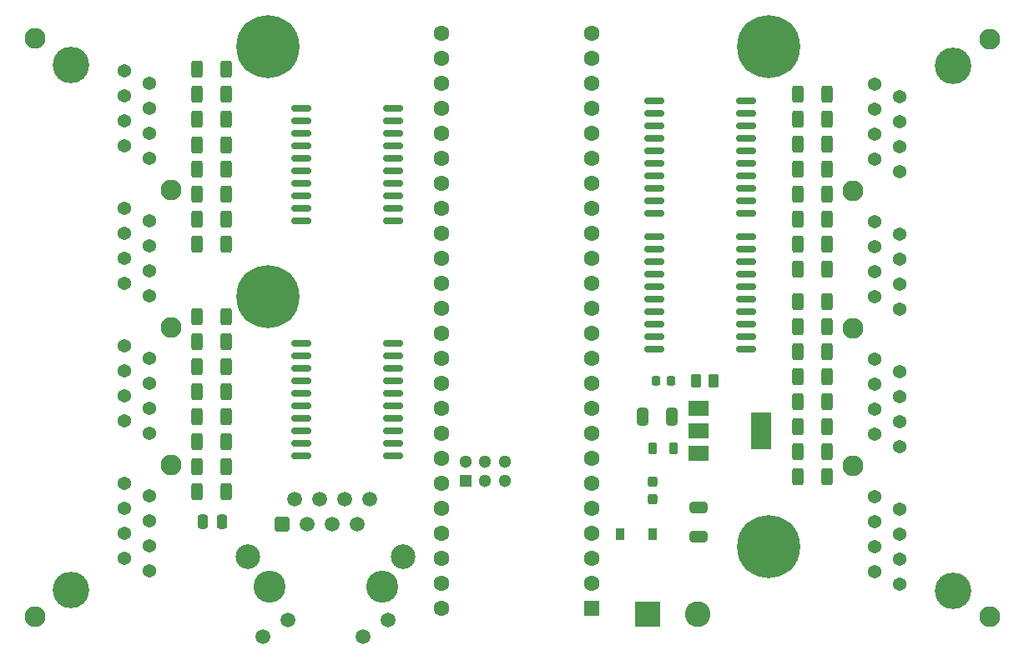
<source format=gts>
G04 #@! TF.GenerationSoftware,KiCad,Pcbnew,(6.0.0-0)*
G04 #@! TF.CreationDate,2022-01-07T14:07:45-07:00*
G04 #@! TF.ProjectId,Controller_T41_rev0.2a,436f6e74-726f-46c6-9c65-725f5434315f,rev?*
G04 #@! TF.SameCoordinates,Original*
G04 #@! TF.FileFunction,Soldermask,Top*
G04 #@! TF.FilePolarity,Negative*
%FSLAX46Y46*%
G04 Gerber Fmt 4.6, Leading zero omitted, Abs format (unit mm)*
G04 Created by KiCad (PCBNEW (6.0.0-0)) date 2022-01-07 14:07:45*
%MOMM*%
%LPD*%
G01*
G04 APERTURE LIST*
G04 Aperture macros list*
%AMRoundRect*
0 Rectangle with rounded corners*
0 $1 Rounding radius*
0 $2 $3 $4 $5 $6 $7 $8 $9 X,Y pos of 4 corners*
0 Add a 4 corners polygon primitive as box body*
4,1,4,$2,$3,$4,$5,$6,$7,$8,$9,$2,$3,0*
0 Add four circle primitives for the rounded corners*
1,1,$1+$1,$2,$3*
1,1,$1+$1,$4,$5*
1,1,$1+$1,$6,$7*
1,1,$1+$1,$8,$9*
0 Add four rect primitives between the rounded corners*
20,1,$1+$1,$2,$3,$4,$5,0*
20,1,$1+$1,$4,$5,$6,$7,0*
20,1,$1+$1,$6,$7,$8,$9,0*
20,1,$1+$1,$8,$9,$2,$3,0*%
G04 Aperture macros list end*
%ADD10RoundRect,0.250000X-0.250000X-0.475000X0.250000X-0.475000X0.250000X0.475000X-0.250000X0.475000X0*%
%ADD11R,2.000000X3.800000*%
%ADD12R,2.000000X1.500000*%
%ADD13RoundRect,0.250000X-0.262500X-0.450000X0.262500X-0.450000X0.262500X0.450000X-0.262500X0.450000X0*%
%ADD14RoundRect,0.218750X-0.218750X-0.256250X0.218750X-0.256250X0.218750X0.256250X-0.218750X0.256250X0*%
%ADD15RoundRect,0.218750X0.218750X0.381250X-0.218750X0.381250X-0.218750X-0.381250X0.218750X-0.381250X0*%
%ADD16C,1.371600*%
%ADD17C,2.108200*%
%ADD18C,3.708400*%
%ADD19C,3.250000*%
%ADD20RoundRect,0.250500X-0.499500X-0.499500X0.499500X-0.499500X0.499500X0.499500X-0.499500X0.499500X0*%
%ADD21C,1.500000*%
%ADD22C,2.500000*%
%ADD23R,0.900000X1.200000*%
%ADD24RoundRect,0.250000X0.325000X0.650000X-0.325000X0.650000X-0.325000X-0.650000X0.325000X-0.650000X0*%
%ADD25RoundRect,0.250000X-0.650000X0.325000X-0.650000X-0.325000X0.650000X-0.325000X0.650000X0.325000X0*%
%ADD26RoundRect,0.150000X0.875000X0.150000X-0.875000X0.150000X-0.875000X-0.150000X0.875000X-0.150000X0*%
%ADD27RoundRect,0.150000X-0.875000X-0.150000X0.875000X-0.150000X0.875000X0.150000X-0.875000X0.150000X0*%
%ADD28RoundRect,0.250000X0.312500X0.625000X-0.312500X0.625000X-0.312500X-0.625000X0.312500X-0.625000X0*%
%ADD29RoundRect,0.250000X-0.312500X-0.625000X0.312500X-0.625000X0.312500X0.625000X-0.312500X0.625000X0*%
%ADD30R,2.600000X2.600000*%
%ADD31C,2.600000*%
%ADD32C,1.600000*%
%ADD33R,1.600000X1.600000*%
%ADD34R,1.300000X1.300000*%
%ADD35C,1.300000*%
%ADD36C,0.800000*%
%ADD37C,6.400000*%
%ADD38RoundRect,0.237500X0.237500X-0.287500X0.237500X0.287500X-0.237500X0.287500X-0.237500X-0.287500X0*%
G04 APERTURE END LIST*
D10*
X116972000Y-104902000D03*
X118872000Y-104902000D03*
D11*
X173584000Y-95631000D03*
D12*
X167284000Y-95631000D03*
X167284000Y-97931000D03*
X167284000Y-93331000D03*
D13*
X166958000Y-90551000D03*
X168783000Y-90551000D03*
D14*
X162915500Y-90551000D03*
X164490500Y-90551000D03*
D15*
X164685000Y-97409000D03*
X162560000Y-97409000D03*
D16*
X185140600Y-93462000D03*
X185140600Y-90922000D03*
X185140600Y-79482000D03*
X185140600Y-76942000D03*
X187680600Y-94732000D03*
X187680600Y-92192000D03*
X187680600Y-80752000D03*
X187680600Y-78212000D03*
D17*
X182897602Y-99172000D03*
X182897602Y-85202000D03*
X182897602Y-71232000D03*
D18*
X193097600Y-111872000D03*
X193097600Y-58532000D03*
D17*
X196762800Y-114571994D03*
X196762800Y-55832005D03*
D16*
X185140600Y-82022000D03*
X187680600Y-83292000D03*
X185140600Y-96002000D03*
X187680600Y-97272000D03*
X185140600Y-88382000D03*
X187680600Y-89652000D03*
X185140600Y-74402000D03*
X187680600Y-75672000D03*
X185140600Y-107442000D03*
X185140600Y-104902000D03*
X187680600Y-108712000D03*
X187680600Y-106172000D03*
X185140600Y-109982000D03*
X187680600Y-111252000D03*
X185140600Y-102362000D03*
X187680600Y-103632000D03*
X185140600Y-65522000D03*
X185140600Y-62982000D03*
X187680600Y-66792000D03*
X187680600Y-64252000D03*
X185140600Y-68062000D03*
X187680600Y-69332000D03*
X185140600Y-60442000D03*
X187680600Y-61712000D03*
X111531400Y-76870400D03*
X111531400Y-79410400D03*
X111531400Y-90850400D03*
X111531400Y-93390400D03*
X108991400Y-75600400D03*
X108991400Y-78140400D03*
X108991400Y-89580400D03*
X108991400Y-92120400D03*
D17*
X113774398Y-71160400D03*
X113774398Y-85130400D03*
X113774398Y-99100400D03*
D18*
X103574400Y-58460400D03*
X103574400Y-111800400D03*
D17*
X99909200Y-55760406D03*
X99909200Y-114500395D03*
D16*
X111531400Y-88310400D03*
X108991400Y-87040400D03*
X111531400Y-74330400D03*
X108991400Y-73060400D03*
X111531400Y-81950400D03*
X108991400Y-80680400D03*
X111531400Y-95930400D03*
X108991400Y-94660400D03*
X111531400Y-62890400D03*
X111531400Y-65430400D03*
X108991400Y-61620400D03*
X108991400Y-64160400D03*
X111531400Y-60350400D03*
X108991400Y-59080400D03*
X111531400Y-67970400D03*
X108991400Y-66700400D03*
X111531400Y-104810400D03*
X111531400Y-107350400D03*
X108991400Y-103540400D03*
X108991400Y-106080400D03*
X111531400Y-102270400D03*
X108991400Y-101000400D03*
X111531400Y-109890400D03*
X108991400Y-108620400D03*
D19*
X135128000Y-111506000D03*
X123698000Y-111506000D03*
D20*
X124968000Y-105156000D03*
D21*
X126238000Y-102616000D03*
X127508000Y-105156000D03*
X128778000Y-102616000D03*
X130048000Y-105156000D03*
X131318000Y-102616000D03*
X132588000Y-105156000D03*
D22*
X121538000Y-108456000D03*
D21*
X133858000Y-102616000D03*
D22*
X137288000Y-108456000D03*
D21*
X123088000Y-116586000D03*
X125628000Y-114886000D03*
X135738000Y-114886000D03*
X133198000Y-116586000D03*
D23*
X162584400Y-106121200D03*
X159284400Y-106121200D03*
D24*
X164543000Y-94234000D03*
X161593000Y-94234000D03*
D25*
X167259000Y-103427000D03*
X167259000Y-106377000D03*
D26*
X136222000Y-98171000D03*
X136222000Y-96901000D03*
X136222000Y-95631000D03*
X136222000Y-94361000D03*
X136222000Y-93091000D03*
X136222000Y-91821000D03*
X136222000Y-90551000D03*
X136222000Y-89281000D03*
X136222000Y-88011000D03*
X136222000Y-86741000D03*
X126922000Y-86741000D03*
X126922000Y-88011000D03*
X126922000Y-89281000D03*
X126922000Y-90551000D03*
X126922000Y-91821000D03*
X126922000Y-93091000D03*
X126922000Y-94361000D03*
X126922000Y-95631000D03*
X126922000Y-96901000D03*
X126922000Y-98171000D03*
D27*
X162736000Y-62103000D03*
X162736000Y-63373000D03*
X162736000Y-64643000D03*
X162736000Y-65913000D03*
X162736000Y-67183000D03*
X162736000Y-68453000D03*
X162736000Y-69723000D03*
X162736000Y-70993000D03*
X162736000Y-72263000D03*
X162736000Y-73533000D03*
X172036000Y-73533000D03*
X172036000Y-72263000D03*
X172036000Y-70993000D03*
X172036000Y-69723000D03*
X172036000Y-68453000D03*
X172036000Y-67183000D03*
X172036000Y-65913000D03*
X172036000Y-64643000D03*
X172036000Y-63373000D03*
X172036000Y-62103000D03*
D26*
X136222000Y-74295000D03*
X136222000Y-73025000D03*
X136222000Y-71755000D03*
X136222000Y-70485000D03*
X136222000Y-69215000D03*
X136222000Y-67945000D03*
X136222000Y-66675000D03*
X136222000Y-65405000D03*
X136222000Y-64135000D03*
X136222000Y-62865000D03*
X126922000Y-62865000D03*
X126922000Y-64135000D03*
X126922000Y-65405000D03*
X126922000Y-66675000D03*
X126922000Y-67945000D03*
X126922000Y-69215000D03*
X126922000Y-70485000D03*
X126922000Y-71755000D03*
X126922000Y-73025000D03*
X126922000Y-74295000D03*
D27*
X162736000Y-75946000D03*
X162736000Y-77216000D03*
X162736000Y-78486000D03*
X162736000Y-79756000D03*
X162736000Y-81026000D03*
X162736000Y-82296000D03*
X162736000Y-83566000D03*
X162736000Y-84836000D03*
X162736000Y-86106000D03*
X162736000Y-87376000D03*
X172036000Y-87376000D03*
X172036000Y-86106000D03*
X172036000Y-84836000D03*
X172036000Y-83566000D03*
X172036000Y-82296000D03*
X172036000Y-81026000D03*
X172036000Y-79756000D03*
X172036000Y-78486000D03*
X172036000Y-77216000D03*
X172036000Y-75946000D03*
D28*
X180278500Y-100330000D03*
X177353500Y-100330000D03*
D29*
X116393500Y-84074000D03*
X119318500Y-84074000D03*
X116393500Y-86614000D03*
X119318500Y-86614000D03*
X116393500Y-89154000D03*
X119318500Y-89154000D03*
X116393500Y-91694000D03*
X119318500Y-91694000D03*
X116393500Y-94234000D03*
X119318500Y-94234000D03*
X116393500Y-96774000D03*
X119318500Y-96774000D03*
X116393500Y-99314000D03*
X119318500Y-99314000D03*
X116393500Y-101854000D03*
X119318500Y-101854000D03*
D28*
X180278500Y-79248000D03*
X177353500Y-79248000D03*
X180278500Y-76708000D03*
X177353500Y-76708000D03*
X180278500Y-74168000D03*
X177353500Y-74168000D03*
X180278500Y-71628000D03*
X177353500Y-71628000D03*
X180278500Y-69088000D03*
X177353500Y-69088000D03*
X180278500Y-66548000D03*
X177353500Y-66548000D03*
X180278500Y-64008000D03*
X177353500Y-64008000D03*
X180278500Y-61468000D03*
X177353500Y-61468000D03*
D29*
X116393500Y-58928000D03*
X119318500Y-58928000D03*
X116393500Y-61468000D03*
X119318500Y-61468000D03*
X116393500Y-64008000D03*
X119318500Y-64008000D03*
X116393500Y-66619120D03*
X119318500Y-66619120D03*
X116393500Y-69088000D03*
X119318500Y-69088000D03*
X116393500Y-71628000D03*
X119318500Y-71628000D03*
X116393500Y-74155300D03*
X119318500Y-74155300D03*
X116393500Y-76708000D03*
X119318500Y-76708000D03*
D28*
X180278500Y-97790000D03*
X177353500Y-97790000D03*
X180278500Y-95250000D03*
X177353500Y-95250000D03*
X180278500Y-92710000D03*
X177353500Y-92710000D03*
X180278500Y-90170000D03*
X177353500Y-90170000D03*
X180278500Y-87630000D03*
X177353500Y-87630000D03*
X180278500Y-85090000D03*
X177353500Y-85090000D03*
X180278500Y-82550000D03*
X177353500Y-82550000D03*
D30*
X162087560Y-114300000D03*
D31*
X167167560Y-114300000D03*
D32*
X141168120Y-113718340D03*
X141168120Y-111178340D03*
X141168120Y-108638340D03*
X141168120Y-106098340D03*
X141168120Y-103558340D03*
X141168120Y-101018340D03*
X141168120Y-98478340D03*
X141168120Y-95938340D03*
X141168120Y-93398340D03*
X141168120Y-90858340D03*
X141168120Y-88318340D03*
X141168120Y-85778340D03*
X141168120Y-83238340D03*
X141168120Y-80698340D03*
D33*
X156408120Y-113718340D03*
D32*
X156408120Y-111178340D03*
X156408120Y-108638340D03*
X156408120Y-106098340D03*
X156408120Y-103558340D03*
X156408120Y-101018340D03*
X156408120Y-98478340D03*
X156408120Y-95938340D03*
X156408120Y-93398340D03*
X156408120Y-90858340D03*
X156408120Y-88318340D03*
X156408120Y-85778340D03*
X156408120Y-83238340D03*
X141168120Y-78158340D03*
X141168120Y-75618340D03*
X141168120Y-73078340D03*
X141168120Y-70538340D03*
X141168120Y-67998340D03*
X141168120Y-65458340D03*
X141168120Y-62918340D03*
X141168120Y-60378340D03*
X141168120Y-57838340D03*
X141168120Y-55298340D03*
X156408120Y-55298340D03*
X156408120Y-57838340D03*
X156408120Y-60378340D03*
X156408120Y-62918340D03*
X156408120Y-80698340D03*
X156408120Y-78158340D03*
X156408120Y-75618340D03*
X156408120Y-65458340D03*
X156408120Y-67998340D03*
X156408120Y-70538340D03*
X156408120Y-73078340D03*
D34*
X143606520Y-100748340D03*
D35*
X143606520Y-98748340D03*
X145606520Y-100748340D03*
X145606520Y-98748340D03*
X147606520Y-98748340D03*
X147606520Y-100748340D03*
D36*
X176070596Y-105722084D03*
X174373540Y-105019140D03*
X172676484Y-105722084D03*
X171973540Y-107419140D03*
X172676484Y-109116196D03*
X174373540Y-109819140D03*
X176070596Y-109116196D03*
X176773540Y-107419140D03*
D37*
X174373540Y-107419140D03*
D36*
X125270596Y-80322084D03*
X123573540Y-79619140D03*
X121876484Y-80322084D03*
X121173540Y-82019140D03*
X121876484Y-83716196D03*
X123573540Y-84419140D03*
X125270596Y-83716196D03*
X125973540Y-82019140D03*
D37*
X123573540Y-82019140D03*
D36*
X176070596Y-54922084D03*
X174373540Y-54219140D03*
X172676484Y-54922084D03*
X171973540Y-56619140D03*
X172676484Y-58316196D03*
X174373540Y-59019140D03*
X176070596Y-58316196D03*
X176773540Y-56619140D03*
D37*
X174373540Y-56619140D03*
D36*
X125270596Y-54922084D03*
X123573540Y-54219140D03*
X121876484Y-54922084D03*
X121173540Y-56619140D03*
X121876484Y-58316196D03*
X123573540Y-59019140D03*
X125270596Y-58316196D03*
X125973540Y-56619140D03*
D37*
X123573540Y-56619140D03*
D38*
X162560000Y-100852000D03*
X162560000Y-102602000D03*
M02*

</source>
